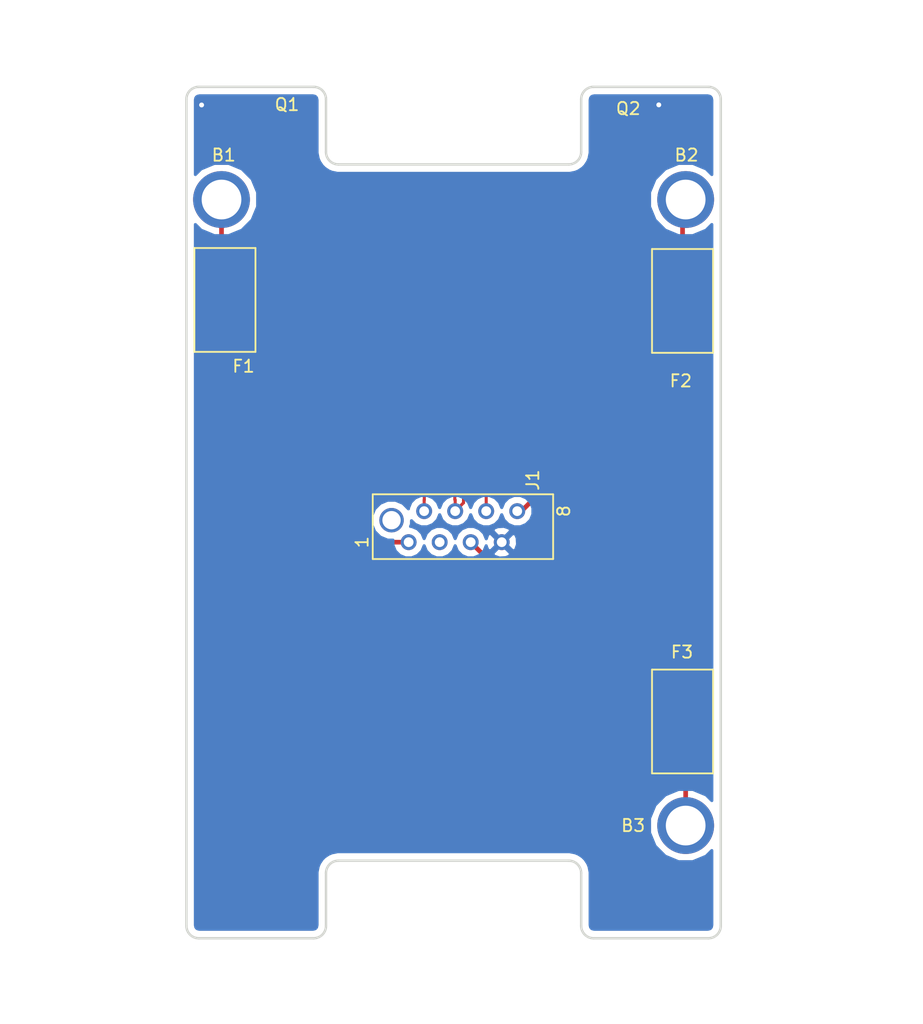
<source format=kicad_pcb>
(kicad_pcb (version 20171130) (host pcbnew "(5.0.0)")

  (general
    (thickness 1.6)
    (drawings 24)
    (tracks 60)
    (zones 0)
    (modules 9)
    (nets 16)
  )

  (page A4)
  (layers
    (0 F.Cu signal)
    (31 B.Cu signal)
    (33 F.Adhes user)
    (35 F.Paste user)
    (37 F.SilkS user)
    (39 F.Mask user)
    (40 Dwgs.User user)
    (41 Cmts.User user)
    (42 Eco1.User user)
    (43 Eco2.User user)
    (44 Edge.Cuts user)
    (45 Margin user)
    (46 B.CrtYd user)
    (47 F.CrtYd user)
    (49 F.Fab user)
  )

  (setup
    (last_trace_width 0.25)
    (user_trace_width 0.381)
    (trace_clearance 0.2)
    (zone_clearance 0.508)
    (zone_45_only no)
    (trace_min 0.2)
    (segment_width 0.2)
    (edge_width 0.15)
    (via_size 0.8)
    (via_drill 0.4)
    (via_min_size 0.4)
    (via_min_drill 0.3)
    (uvia_size 0.3)
    (uvia_drill 0.1)
    (uvias_allowed no)
    (uvia_min_size 0.2)
    (uvia_min_drill 0.1)
    (pcb_text_width 0.3)
    (pcb_text_size 1.5 1.5)
    (mod_edge_width 0.15)
    (mod_text_size 1 1)
    (mod_text_width 0.15)
    (pad_size 0.35 0.85)
    (pad_drill 0)
    (pad_to_mask_clearance 0.2)
    (aux_axis_origin 0 0)
    (visible_elements 7FFFFFFF)
    (pcbplotparams
      (layerselection 0x010a8_ffffffff)
      (usegerberextensions true)
      (usegerberattributes false)
      (usegerberadvancedattributes false)
      (creategerberjobfile false)
      (excludeedgelayer true)
      (linewidth 0.100000)
      (plotframeref false)
      (viasonmask false)
      (mode 1)
      (useauxorigin false)
      (hpglpennumber 1)
      (hpglpenspeed 20)
      (hpglpendiameter 15.000000)
      (psnegative false)
      (psa4output false)
      (plotreference true)
      (plotvalue true)
      (plotinvisibletext false)
      (padsonsilk false)
      (subtractmaskfromsilk false)
      (outputformat 1)
      (mirror false)
      (drillshape 0)
      (scaleselection 1)
      (outputdirectory "gerbers_v0/"))
  )

  (net 0 "")
  (net 1 /temp1)
  (net 2 /temp2)
  (net 3 /v+)
  (net 4 /volt)
  (net 5 /v-)
  (net 6 /5V)
  (net 7 /gnd)
  (net 8 "Net-(Q1-Pad2)")
  (net 9 "Net-(Q1-Pad3)")
  (net 10 "Net-(Q2-Pad3)")
  (net 11 "Net-(Q2-Pad2)")
  (net 12 "Net-(J1-Pad3)")
  (net 13 "Net-(B1-Pad1)")
  (net 14 "Net-(B2-Pad1)")
  (net 15 "Net-(B3-Pad1)")

  (net_class Default "This is the default net class."
    (clearance 0.2)
    (trace_width 0.25)
    (via_dia 0.8)
    (via_drill 0.4)
    (uvia_dia 0.3)
    (uvia_drill 0.1)
    (add_net /5V)
    (add_net /gnd)
    (add_net /temp1)
    (add_net /temp2)
    (add_net /v+)
    (add_net /v-)
    (add_net /volt)
    (add_net "Net-(B1-Pad1)")
    (add_net "Net-(B2-Pad1)")
    (add_net "Net-(B3-Pad1)")
    (add_net "Net-(J1-Pad3)")
    (add_net "Net-(Q1-Pad2)")
    (add_net "Net-(Q1-Pad3)")
    (add_net "Net-(Q2-Pad2)")
    (add_net "Net-(Q2-Pad3)")
  )

  (net_class voltTrace ""
    (clearance 0.2)
    (trace_width 0.381)
    (via_dia 0.8)
    (via_drill 0.4)
    (uvia_dia 0.3)
    (uvia_drill 0.1)
  )

  (module footprints:Bolt_connect_4-40_round (layer F.Cu) (tedit 5BFDDC52) (tstamp 5C03607D)
    (at 68.3 85.55)
    (path /5BF7752C)
    (fp_text reference B1 (at 0.18 -3.635) (layer F.SilkS)
      (effects (font (size 1 1) (thickness 0.15)))
    )
    (fp_text value Bolt_connect_4-40 (at 0 2.794) (layer F.Fab)
      (effects (font (size 1 1) (thickness 0.15)))
    )
    (pad 1 thru_hole circle (at 0 0) (size 4.6482 4.6482) (drill 3.2512) (layers *.Cu *.Mask)
      (net 13 "Net-(B1-Pad1)") (clearance 0.508))
  )

  (module footprints:Bolt_connect_4-40_round (layer F.Cu) (tedit 5BFDDC52) (tstamp 5C036087)
    (at 106.3 136.8)
    (path /5BF77580)
    (fp_text reference B3 (at -4.3 0) (layer F.SilkS)
      (effects (font (size 1 1) (thickness 0.15)))
    )
    (fp_text value Bolt_connect_4-40 (at 0 2.794) (layer F.Fab)
      (effects (font (size 1 1) (thickness 0.15)))
    )
    (pad 1 thru_hole circle (at 0 0) (size 4.6482 4.6482) (drill 3.2512) (layers *.Cu *.Mask)
      (net 15 "Net-(B3-Pad1)") (clearance 0.508))
  )

  (module footprints:micromatch_female_vert_8 (layer F.Cu) (tedit 5A7728F9) (tstamp 5C0F710D)
    (at 88.7 113.6 90)
    (path /5BF5F806)
    (fp_text reference J1 (at 5.08 5.08 90) (layer F.SilkS)
      (effects (font (size 1 1) (thickness 0.15)))
    )
    (fp_text value MM_F_VT_08 (at 6.35 0 180) (layer F.Fab) hide
      (effects (font (size 1 1) (thickness 0.15)))
    )
    (fp_line (start 3.92 6.75) (end 3.92 -8.02) (layer F.SilkS) (width 0.15))
    (fp_line (start -1.38 6.75) (end -1.38 -8.02) (layer F.SilkS) (width 0.15))
    (fp_line (start -1.38 -8.02) (end 3.92 -8.02) (layer F.SilkS) (width 0.15))
    (fp_line (start -1.38 6.75) (end 3.92 6.75) (layer F.SilkS) (width 0.15))
    (fp_text user 1 (at 0 -8.89 90) (layer F.SilkS)
      (effects (font (size 1 1) (thickness 0.15)))
    )
    (fp_text user 8 (at 2.54 7.62 90) (layer F.SilkS)
      (effects (font (size 1 1) (thickness 0.15)))
    )
    (pad 9 thru_hole circle (at 1.8 -6.48 90) (size 2 2) (drill 1.5) (layers *.Cu *.Mask))
    (pad 8 thru_hole circle (at 2.54 3.81 90) (size 1.3 1.3) (drill 0.8) (layers *.Cu *.Mask)
      (net 5 /v-))
    (pad 6 thru_hole circle (at 2.54 1.27 90) (size 1.3 1.3) (drill 0.8) (layers *.Cu *.Mask)
      (net 2 /temp2))
    (pad 4 thru_hole circle (at 2.54 -1.27 90) (size 1.3 1.3) (drill 0.8) (layers *.Cu *.Mask)
      (net 6 /5V))
    (pad 2 thru_hole circle (at 2.54 -3.81 90) (size 1.3 1.3) (drill 0.8) (layers *.Cu *.Mask)
      (net 1 /temp1))
    (pad 7 thru_hole circle (at 0 2.54 90) (size 1.3 1.3) (drill 0.8) (layers *.Cu *.Mask)
      (net 7 /gnd))
    (pad 1 thru_hole circle (at 0 -5.08 90) (size 1.3 1.3) (drill 0.8) (layers *.Cu *.Mask)
      (net 4 /volt))
    (pad 3 thru_hole circle (at 0 -2.54 90) (size 1.3 1.3) (drill 0.8) (layers *.Cu *.Mask)
      (net 12 "Net-(J1-Pad3)"))
    (pad 5 thru_hole circle (at 0 0 90) (size 1.3 1.3) (drill 0.8) (layers *.Cu *.Mask)
      (net 3 /v+))
    (model /home/josh/Formula/OEM_Preferred_Parts/3DModels/Micromatch_Female_RA_8/micromatch_female_ra_8.wrl
      (at (xyz 0 0 0))
      (scale (xyz 1 1 1))
      (rotate (xyz 0 0 0))
    )
  )

  (module footprints:LMT85-Q1 (layer F.Cu) (tedit 5BF713A9) (tstamp 5C036687)
    (at 105.68 79.84)
    (path /5BF714DB)
    (fp_text reference Q2 (at -4.08 -1.735) (layer F.SilkS)
      (effects (font (size 1 1) (thickness 0.15)))
    )
    (fp_text value LMT85-Q1 (at 0.762 -5.588) (layer F.Fab)
      (effects (font (size 1 1) (thickness 0.15)))
    )
    (pad 3 smd rect (at 0.65 0) (size 0.35 0.85) (layers F.Cu F.Paste F.Mask)
      (net 10 "Net-(Q2-Pad3)"))
    (pad 4 smd rect (at 1.3 0) (size 0.35 0.85) (layers F.Cu F.Paste F.Mask)
      (net 2 /temp2))
    (pad 2 smd rect (at 0 0) (size 0.35 0.85) (layers F.Cu F.Paste F.Mask)
      (net 11 "Net-(Q2-Pad2)"))
    (pad 5 smd rect (at 1.3 -2.2) (size 0.35 0.85) (layers F.Cu F.Paste F.Mask)
      (net 6 /5V))
    (pad 1 smd rect (at 0 -2.2) (size 0.35 0.85) (layers F.Cu F.Paste F.Mask)
      (net 7 /gnd))
  )

  (module footprints:Bolt_connect_4-40_round (layer F.Cu) (tedit 5BFDDC52) (tstamp 5C036082)
    (at 106.3 85.55)
    (path /5BF77560)
    (fp_text reference B2 (at 0.07 -3.635) (layer F.SilkS)
      (effects (font (size 1 1) (thickness 0.15)))
    )
    (fp_text value Bolt_connect_4-40 (at 0 2.794) (layer F.Fab)
      (effects (font (size 1 1) (thickness 0.15)))
    )
    (pad 1 thru_hole circle (at 0 0) (size 4.6482 4.6482) (drill 3.2512) (layers *.Cu *.Mask)
      (net 14 "Net-(B2-Pad1)") (clearance 0.508))
  )

  (module footprints:LMT85-Q1 (layer F.Cu) (tedit 5BF713A9) (tstamp 5C03667E)
    (at 67.73 80.01)
    (path /5BF714AF)
    (fp_text reference Q1 (at 5.93 -2.23) (layer F.SilkS)
      (effects (font (size 1 1) (thickness 0.15)))
    )
    (fp_text value LMT85-Q1 (at 0.762 -5.588) (layer F.Fab)
      (effects (font (size 1 1) (thickness 0.15)))
    )
    (pad 3 smd rect (at 0.65 0) (size 0.35 0.85) (layers F.Cu F.Paste F.Mask)
      (net 9 "Net-(Q1-Pad3)"))
    (pad 4 smd rect (at 1.3 0) (size 0.35 0.85) (layers F.Cu F.Paste F.Mask)
      (net 1 /temp1))
    (pad 2 smd rect (at 0 0) (size 0.35 0.85) (layers F.Cu F.Paste F.Mask)
      (net 8 "Net-(Q1-Pad2)"))
    (pad 5 smd rect (at 1.3 -2.2) (size 0.35 0.85) (layers F.Cu F.Paste F.Mask)
      (net 6 /5V))
    (pad 1 smd rect (at 0 -2.2) (size 0.35 0.85) (layers F.Cu F.Paste F.Mask)
      (net 7 /gnd))
  )

  (module footprints:Fuse_1812 (layer F.Cu) (tedit 5A050C3C) (tstamp 5C0A3BA5)
    (at 68.58 96.52 90)
    (path /5BFDE3E6)
    (fp_text reference F1 (at -2.68 1.52 180) (layer F.SilkS)
      (effects (font (size 1 1) (thickness 0.15)))
    )
    (fp_text value 200mA_Fuse (at 3 3.5 90) (layer F.Fab) hide
      (effects (font (size 1 1) (thickness 0.15)))
    )
    (fp_line (start -1.5 -2.5) (end 7 -2.5) (layer F.SilkS) (width 0.15))
    (fp_line (start 7 -2.5) (end 7 2.5) (layer F.SilkS) (width 0.15))
    (fp_line (start 7 2.5) (end -1.5 2.5) (layer F.SilkS) (width 0.15))
    (fp_line (start -1.5 2.5) (end -1.5 -2.5) (layer F.SilkS) (width 0.15))
    (pad 2 smd rect (at 5.28 0 90) (size 1.78 3.5) (layers F.Cu F.Paste F.Mask)
      (net 13 "Net-(B1-Pad1)"))
    (pad 1 smd rect (at 0 0 90) (size 1.78 3.5) (layers F.Cu F.Paste F.Mask)
      (net 4 /volt))
  )

  (module footprints:Fuse_1812 (layer F.Cu) (tedit 5A050C3C) (tstamp 5C0A3BAF)
    (at 106.045 96.6 90)
    (path /5BFDE4B5)
    (fp_text reference F2 (at -3.8 -0.145 180) (layer F.SilkS)
      (effects (font (size 1 1) (thickness 0.15)))
    )
    (fp_text value 200mA_Fuse (at 3 3.5 90) (layer F.Fab) hide
      (effects (font (size 1 1) (thickness 0.15)))
    )
    (fp_line (start -1.5 2.5) (end -1.5 -2.5) (layer F.SilkS) (width 0.15))
    (fp_line (start 7 2.5) (end -1.5 2.5) (layer F.SilkS) (width 0.15))
    (fp_line (start 7 -2.5) (end 7 2.5) (layer F.SilkS) (width 0.15))
    (fp_line (start -1.5 -2.5) (end 7 -2.5) (layer F.SilkS) (width 0.15))
    (pad 1 smd rect (at 0 0 90) (size 1.78 3.5) (layers F.Cu F.Paste F.Mask)
      (net 5 /v-))
    (pad 2 smd rect (at 5.28 0 90) (size 1.78 3.5) (layers F.Cu F.Paste F.Mask)
      (net 14 "Net-(B2-Pad1)"))
  )

  (module footprints:Fuse_1812 (layer F.Cu) (tedit 5A050C3C) (tstamp 5C0A3BB9)
    (at 106.045 125.53 270)
    (path /5BFDE4E1)
    (fp_text reference F3 (at -2.93 0.045) (layer F.SilkS)
      (effects (font (size 1 1) (thickness 0.15)))
    )
    (fp_text value 200mA_Fuse (at 3 3.5 270) (layer F.Fab) hide
      (effects (font (size 1 1) (thickness 0.15)))
    )
    (fp_line (start -1.5 -2.5) (end 7 -2.5) (layer F.SilkS) (width 0.15))
    (fp_line (start 7 -2.5) (end 7 2.5) (layer F.SilkS) (width 0.15))
    (fp_line (start 7 2.5) (end -1.5 2.5) (layer F.SilkS) (width 0.15))
    (fp_line (start -1.5 2.5) (end -1.5 -2.5) (layer F.SilkS) (width 0.15))
    (pad 2 smd rect (at 5.28 0 270) (size 1.78 3.5) (layers F.Cu F.Paste F.Mask)
      (net 15 "Net-(B3-Pad1)"))
    (pad 1 smd rect (at 0 0 270) (size 1.78 3.5) (layers F.Cu F.Paste F.Mask)
      (net 3 /v+))
  )

  (gr_line (start 96.729 82.675) (end 77.871 82.675) (layer Edge.Cuts) (width 0.2))
  (gr_arc (start 96.729 81.659) (end 96.729 82.675) (angle -90) (layer Edge.Cuts) (width 0.2))
  (gr_line (start 109.175 145.009) (end 109.175 77.341) (layer Edge.Cuts) (width 0.2))
  (gr_line (start 76.855 140.691) (end 76.855 145.009) (layer Edge.Cuts) (width 0.2))
  (gr_arc (start 96.729 140.691) (end 97.745 140.691) (angle -90) (layer Edge.Cuts) (width 0.2))
  (gr_arc (start 75.839 145.009) (end 75.839 146.025) (angle -90) (layer Edge.Cuts) (width 0.2))
  (gr_line (start 108.159 76.325) (end 98.761 76.325) (layer Edge.Cuts) (width 0.2))
  (gr_arc (start 66.441 77.341) (end 66.441 76.325) (angle -90) (layer Edge.Cuts) (width 0.2))
  (gr_line (start 65.425 77.341) (end 65.425 145.009) (layer Edge.Cuts) (width 0.2))
  (gr_arc (start 66.441 145.009) (end 65.425 145.009) (angle -90) (layer Edge.Cuts) (width 0.2))
  (gr_line (start 75.839 146.025) (end 66.441 146.025) (layer Edge.Cuts) (width 0.2))
  (gr_arc (start 77.871 140.691) (end 77.871 139.675) (angle -90) (layer Edge.Cuts) (width 0.2))
  (gr_line (start 96.729 139.675) (end 77.871 139.675) (layer Edge.Cuts) (width 0.2))
  (gr_line (start 97.745 140.691) (end 97.745 145.009) (layer Edge.Cuts) (width 0.2))
  (gr_line (start 75.839 76.325) (end 66.441 76.325) (layer Edge.Cuts) (width 0.2))
  (gr_arc (start 108.159 77.341) (end 109.175 77.341) (angle -90) (layer Edge.Cuts) (width 0.2))
  (gr_line (start 97.745 81.659) (end 97.745 77.341) (layer Edge.Cuts) (width 0.2))
  (gr_line (start 76.855 81.659) (end 76.855 77.341) (layer Edge.Cuts) (width 0.2))
  (gr_arc (start 108.159 145.009) (end 108.159 146.025) (angle -90) (layer Edge.Cuts) (width 0.2))
  (gr_arc (start 77.871 81.659) (end 76.855 81.659) (angle -90) (layer Edge.Cuts) (width 0.2))
  (gr_arc (start 98.761 77.341) (end 98.761 76.325) (angle -90) (layer Edge.Cuts) (width 0.2))
  (gr_line (start 108.159 146.025) (end 98.761 146.025) (layer Edge.Cuts) (width 0.2))
  (gr_arc (start 98.761 145.009) (end 97.745 145.009) (angle -90) (layer Edge.Cuts) (width 0.2))
  (gr_arc (start 75.839 77.341) (end 76.855 77.341) (angle -90) (layer Edge.Cuts) (width 0.2))

  (segment (start 84.9 110.130762) (end 84.9 94.25) (width 0.25) (layer F.Cu) (net 1))
  (segment (start 84.89 110.140762) (end 84.9 110.130762) (width 0.25) (layer F.Cu) (net 1))
  (segment (start 84.89 111.06) (end 84.89 110.140762) (width 0.25) (layer F.Cu) (net 1))
  (segment (start 84.9 94.25) (end 73.35 82.7) (width 0.25) (layer F.Cu) (net 1))
  (segment (start 70.66 80.01) (end 69.03 80.01) (width 0.25) (layer F.Cu) (net 1))
  (segment (start 71.08 80.43) (end 70.66 80.01) (width 0.25) (layer F.Cu) (net 1))
  (segment (start 71.08 80.43) (end 70.92 80.27) (width 0.25) (layer F.Cu) (net 1))
  (segment (start 73.35 82.7) (end 71.08 80.43) (width 0.25) (layer F.Cu) (net 1))
  (segment (start 89.97 111.06) (end 89.97 93.865002) (width 0.25) (layer F.Cu) (net 2))
  (segment (start 106.98 79.84) (end 106.98 80.515) (width 0.25) (layer F.Cu) (net 2))
  (segment (start 89.97 93.865002) (end 101.075002 82.76) (width 0.25) (layer F.Cu) (net 2))
  (segment (start 102.33 81.505002) (end 101.075002 82.76) (width 0.25) (layer F.Cu) (net 2))
  (segment (start 106.98 80.515) (end 106.67 80.825) (width 0.25) (layer F.Cu) (net 2))
  (segment (start 102.16 81.675002) (end 102.5 81.335002) (width 0.25) (layer F.Cu) (net 2))
  (segment (start 101.075002 82.76) (end 102.16 81.675002) (width 0.25) (layer F.Cu) (net 2))
  (segment (start 102.33 81.505002) (end 102.33 81.47) (width 0.25) (layer F.Cu) (net 2))
  (segment (start 102.975 80.825) (end 106.67 80.825) (width 0.25) (layer F.Cu) (net 2))
  (segment (start 102.33 81.47) (end 102.975 80.825) (width 0.25) (layer F.Cu) (net 2))
  (segment (start 103.914 125.53) (end 103.884 125.5) (width 0.381) (layer F.Cu) (net 3))
  (segment (start 106.045 125.53) (end 103.914 125.53) (width 0.381) (layer F.Cu) (net 3))
  (segment (start 100.6 125.5) (end 88.7 113.6) (width 0.381) (layer F.Cu) (net 3))
  (segment (start 103.884 125.5) (end 100.6 125.5) (width 0.381) (layer F.Cu) (net 3))
  (segment (start 83.62 113.6) (end 80.88 113.6) (width 0.381) (layer F.Cu) (net 4))
  (segment (start 68.58 101.3) (end 80.31 113.03) (width 0.25) (layer F.Cu) (net 4))
  (segment (start 80.88 113.6) (end 80.31 113.03) (width 0.381) (layer F.Cu) (net 4))
  (segment (start 68.58 101.3) (end 69.515 102.235) (width 0.381) (layer F.Cu) (net 4))
  (segment (start 68.58 96.52) (end 68.58 101.3) (width 0.381) (layer F.Cu) (net 4))
  (segment (start 80.31 113.03) (end 69.515 102.235) (width 0.381) (layer F.Cu) (net 4))
  (segment (start 92.776 111.06) (end 92.51 111.06) (width 0.381) (layer F.Cu) (net 5))
  (segment (start 92.856 111.06) (end 92.51 111.06) (width 0.381) (layer F.Cu) (net 5))
  (segment (start 106.045 97.871) (end 92.856 111.06) (width 0.381) (layer F.Cu) (net 5))
  (segment (start 106.045 96.6) (end 106.045 97.871) (width 0.381) (layer F.Cu) (net 5))
  (segment (start 87.43 110.140762) (end 87.4 110.110762) (width 0.25) (layer F.Cu) (net 6))
  (segment (start 87.43 111.06) (end 87.43 110.140762) (width 0.25) (layer F.Cu) (net 6))
  (segment (start 87.4 110.110762) (end 87.4 94.975) (width 0.25) (layer F.Cu) (net 6))
  (segment (start 88.11 110.38) (end 87.43 111.06) (width 0.25) (layer F.Cu) (net 6))
  (segment (start 88.11 94.12) (end 88.11 110.38) (width 0.25) (layer F.Cu) (net 6))
  (segment (start 87.4 94.975) (end 75.025 82.6) (width 0.25) (layer F.Cu) (net 6))
  (segment (start 100.1 82.13) (end 99.97 82.26) (width 0.25) (layer F.Cu) (net 6))
  (segment (start 99.97 82.26) (end 88.11 94.12) (width 0.25) (layer F.Cu) (net 6))
  (segment (start 70.235 77.81) (end 69.03 77.81) (width 0.25) (layer F.Cu) (net 6))
  (segment (start 70.685 78.26) (end 70.235 77.81) (width 0.25) (layer F.Cu) (net 6))
  (segment (start 70.685 78.26) (end 70.495 78.07) (width 0.25) (layer F.Cu) (net 6))
  (segment (start 75.025 82.6) (end 70.685 78.26) (width 0.25) (layer F.Cu) (net 6))
  (segment (start 103.53 78.7) (end 99.97 82.26) (width 0.25) (layer F.Cu) (net 6))
  (segment (start 106.595 78.7) (end 103.53 78.7) (width 0.25) (layer F.Cu) (net 6))
  (segment (start 106.98 77.64) (end 106.98 78.315) (width 0.25) (layer F.Cu) (net 6))
  (segment (start 106.98 78.315) (end 106.595 78.7) (width 0.25) (layer F.Cu) (net 6))
  (via (at 104.1 77.8) (size 0.8) (drill 0.4) (layers F.Cu B.Cu) (net 7))
  (segment (start 105.68 77.64) (end 104.26 77.64) (width 0.25) (layer F.Cu) (net 7))
  (segment (start 104.26 77.64) (end 104.1 77.8) (width 0.25) (layer F.Cu) (net 7))
  (via (at 66.67 77.81) (size 0.8) (drill 0.4) (layers F.Cu B.Cu) (net 7))
  (segment (start 67.73 77.81) (end 66.67 77.81) (width 0.25) (layer F.Cu) (net 7))
  (segment (start 68.3 90.96) (end 68.58 91.24) (width 0.381) (layer F.Cu) (net 13))
  (segment (start 68.3 85.55) (end 68.3 90.96) (width 0.381) (layer F.Cu) (net 13))
  (segment (start 106.3 90.985) (end 106.045 91.24) (width 0.381) (layer F.Cu) (net 14))
  (segment (start 106.045 85.805) (end 106.3 85.55) (width 0.381) (layer F.Cu) (net 14))
  (segment (start 106.045 91.32) (end 106.045 85.805) (width 0.381) (layer F.Cu) (net 14))
  (segment (start 106.3 131.065) (end 106.045 130.81) (width 0.381) (layer F.Cu) (net 15))
  (segment (start 106.3 136.8) (end 106.3 131.065) (width 0.381) (layer F.Cu) (net 15))

  (zone (net 7) (net_name /gnd) (layer B.Cu) (tstamp 5C049B01) (hatch edge 0.508)
    (connect_pads (clearance 0.508))
    (min_thickness 0.254)
    (fill yes (arc_segments 16) (thermal_gap 0.508) (thermal_bridge_width 0.508))
    (polygon
      (pts
        (xy 50.8 69.215) (xy 50.165 152.4) (xy 125.73 153.035) (xy 125.73 69.85)
      )
    )
    (filled_polygon
      (pts
        (xy 75.941023 77.094693) (xy 76.027515 77.152485) (xy 76.085307 77.238977) (xy 76.120001 77.413394) (xy 76.12 81.731387)
        (xy 76.134123 81.802388) (xy 76.134123 81.802391) (xy 76.211461 82.191197) (xy 76.29307 82.388217) (xy 76.321209 82.456151)
        (xy 76.541451 82.785765) (xy 76.744237 82.988551) (xy 76.74424 82.988552) (xy 77.073849 83.208791) (xy 77.073851 83.208792)
        (xy 77.338803 83.318539) (xy 77.727609 83.395877) (xy 77.727611 83.395877) (xy 77.798612 83.41) (xy 96.801388 83.41)
        (xy 96.872389 83.395877) (xy 96.872391 83.395877) (xy 97.261197 83.318539) (xy 97.526149 83.208792) (xy 97.526151 83.208791)
        (xy 97.855765 82.988549) (xy 98.058551 82.785763) (xy 98.058552 82.78576) (xy 98.278791 82.456151) (xy 98.30693 82.388217)
        (xy 98.388539 82.191197) (xy 98.465877 81.802391) (xy 98.465877 81.802389) (xy 98.48 81.731388) (xy 98.48 77.41339)
        (xy 98.514693 77.238977) (xy 98.572485 77.152485) (xy 98.658977 77.094693) (xy 98.83339 77.06) (xy 108.08661 77.06)
        (xy 108.261023 77.094693) (xy 108.347515 77.152485) (xy 108.405307 77.238977) (xy 108.440001 77.413395) (xy 108.440001 83.505202)
        (xy 107.976195 83.041396) (xy 106.888602 82.5909) (xy 105.711398 82.5909) (xy 104.623805 83.041396) (xy 103.791396 83.873805)
        (xy 103.3409 84.961398) (xy 103.3409 86.138602) (xy 103.791396 87.226195) (xy 104.623805 88.058604) (xy 105.711398 88.5091)
        (xy 106.888602 88.5091) (xy 107.976195 88.058604) (xy 108.440001 87.594798) (xy 108.44 134.755201) (xy 107.976195 134.291396)
        (xy 106.888602 133.8409) (xy 105.711398 133.8409) (xy 104.623805 134.291396) (xy 103.791396 135.123805) (xy 103.3409 136.211398)
        (xy 103.3409 137.388602) (xy 103.791396 138.476195) (xy 104.623805 139.308604) (xy 105.711398 139.7591) (xy 106.888602 139.7591)
        (xy 107.976195 139.308604) (xy 108.44 138.844799) (xy 108.44 144.93661) (xy 108.405307 145.111023) (xy 108.347515 145.197515)
        (xy 108.261023 145.255307) (xy 108.08661 145.29) (xy 98.83339 145.29) (xy 98.658977 145.255307) (xy 98.572485 145.197515)
        (xy 98.514693 145.111023) (xy 98.48 144.93661) (xy 98.48 140.618612) (xy 98.445583 140.445585) (xy 98.388539 140.158803)
        (xy 98.278792 139.893851) (xy 98.278791 139.89385) (xy 98.278791 139.893849) (xy 98.058552 139.56424) (xy 98.058551 139.564237)
        (xy 97.855765 139.361451) (xy 97.526151 139.141209) (xy 97.526149 139.141208) (xy 97.261197 139.031461) (xy 96.872391 138.954123)
        (xy 96.872389 138.954123) (xy 96.801388 138.94) (xy 77.798612 138.94) (xy 77.727611 138.954123) (xy 77.727609 138.954123)
        (xy 77.338803 139.031461) (xy 77.073851 139.141208) (xy 77.073849 139.141209) (xy 76.74424 139.361448) (xy 76.744237 139.361449)
        (xy 76.541451 139.564235) (xy 76.321209 139.893849) (xy 76.321209 139.89385) (xy 76.321208 139.893851) (xy 76.211461 140.158803)
        (xy 76.134123 140.547609) (xy 76.134123 140.547612) (xy 76.12 140.618613) (xy 76.120001 144.936606) (xy 76.085307 145.111023)
        (xy 76.027515 145.197515) (xy 75.941023 145.255307) (xy 75.76661 145.29) (xy 66.51339 145.29) (xy 66.338977 145.255307)
        (xy 66.252485 145.197515) (xy 66.194693 145.111023) (xy 66.16 144.93661) (xy 66.16 111.474778) (xy 80.585 111.474778)
        (xy 80.585 112.125222) (xy 80.833914 112.726153) (xy 81.293847 113.186086) (xy 81.894778 113.435) (xy 82.335 113.435)
        (xy 82.335 113.855602) (xy 82.530629 114.327894) (xy 82.892106 114.689371) (xy 83.364398 114.885) (xy 83.875602 114.885)
        (xy 84.347894 114.689371) (xy 84.709371 114.327894) (xy 84.89 113.891815) (xy 85.070629 114.327894) (xy 85.432106 114.689371)
        (xy 85.904398 114.885) (xy 86.415602 114.885) (xy 86.887894 114.689371) (xy 87.249371 114.327894) (xy 87.43 113.891815)
        (xy 87.610629 114.327894) (xy 87.972106 114.689371) (xy 88.444398 114.885) (xy 88.955602 114.885) (xy 89.427894 114.689371)
        (xy 89.618249 114.499016) (xy 90.52059 114.499016) (xy 90.576271 114.729611) (xy 91.059078 114.897622) (xy 91.569428 114.868083)
        (xy 91.903729 114.729611) (xy 91.95941 114.499016) (xy 91.24 113.779605) (xy 90.52059 114.499016) (xy 89.618249 114.499016)
        (xy 89.789371 114.327894) (xy 89.969772 113.892366) (xy 89.971917 113.929428) (xy 90.110389 114.263729) (xy 90.340984 114.31941)
        (xy 91.060395 113.6) (xy 91.419605 113.6) (xy 92.139016 114.31941) (xy 92.369611 114.263729) (xy 92.537622 113.780922)
        (xy 92.508083 113.270572) (xy 92.369611 112.936271) (xy 92.139016 112.88059) (xy 91.419605 113.6) (xy 91.060395 113.6)
        (xy 90.340984 112.88059) (xy 90.110389 112.936271) (xy 89.97596 113.322574) (xy 89.789371 112.872106) (xy 89.618249 112.700984)
        (xy 90.52059 112.700984) (xy 91.24 113.420395) (xy 91.95941 112.700984) (xy 91.903729 112.470389) (xy 91.420922 112.302378)
        (xy 90.910572 112.331917) (xy 90.576271 112.470389) (xy 90.52059 112.700984) (xy 89.618249 112.700984) (xy 89.427894 112.510629)
        (xy 88.955602 112.315) (xy 88.444398 112.315) (xy 87.972106 112.510629) (xy 87.610629 112.872106) (xy 87.43 113.308185)
        (xy 87.249371 112.872106) (xy 86.887894 112.510629) (xy 86.415602 112.315) (xy 85.904398 112.315) (xy 85.432106 112.510629)
        (xy 85.070629 112.872106) (xy 84.89 113.308185) (xy 84.709371 112.872106) (xy 84.347894 112.510629) (xy 83.875602 112.315)
        (xy 83.776391 112.315) (xy 83.855 112.125222) (xy 83.855 111.842265) (xy 84.162106 112.149371) (xy 84.634398 112.345)
        (xy 85.145602 112.345) (xy 85.617894 112.149371) (xy 85.979371 111.787894) (xy 86.16 111.351815) (xy 86.340629 111.787894)
        (xy 86.702106 112.149371) (xy 87.174398 112.345) (xy 87.685602 112.345) (xy 88.157894 112.149371) (xy 88.519371 111.787894)
        (xy 88.7 111.351815) (xy 88.880629 111.787894) (xy 89.242106 112.149371) (xy 89.714398 112.345) (xy 90.225602 112.345)
        (xy 90.697894 112.149371) (xy 91.059371 111.787894) (xy 91.24 111.351815) (xy 91.420629 111.787894) (xy 91.782106 112.149371)
        (xy 92.254398 112.345) (xy 92.765602 112.345) (xy 93.237894 112.149371) (xy 93.599371 111.787894) (xy 93.795 111.315602)
        (xy 93.795 110.804398) (xy 93.599371 110.332106) (xy 93.237894 109.970629) (xy 92.765602 109.775) (xy 92.254398 109.775)
        (xy 91.782106 109.970629) (xy 91.420629 110.332106) (xy 91.24 110.768185) (xy 91.059371 110.332106) (xy 90.697894 109.970629)
        (xy 90.225602 109.775) (xy 89.714398 109.775) (xy 89.242106 109.970629) (xy 88.880629 110.332106) (xy 88.7 110.768185)
        (xy 88.519371 110.332106) (xy 88.157894 109.970629) (xy 87.685602 109.775) (xy 87.174398 109.775) (xy 86.702106 109.970629)
        (xy 86.340629 110.332106) (xy 86.16 110.768185) (xy 85.979371 110.332106) (xy 85.617894 109.970629) (xy 85.145602 109.775)
        (xy 84.634398 109.775) (xy 84.162106 109.970629) (xy 83.800629 110.332106) (xy 83.605 110.804398) (xy 83.605 110.872761)
        (xy 83.146153 110.413914) (xy 82.545222 110.165) (xy 81.894778 110.165) (xy 81.293847 110.413914) (xy 80.833914 110.873847)
        (xy 80.585 111.474778) (xy 66.16 111.474778) (xy 66.16 87.594799) (xy 66.623805 88.058604) (xy 67.711398 88.5091)
        (xy 68.888602 88.5091) (xy 69.976195 88.058604) (xy 70.808604 87.226195) (xy 71.2591 86.138602) (xy 71.2591 84.961398)
        (xy 70.808604 83.873805) (xy 69.976195 83.041396) (xy 68.888602 82.5909) (xy 67.711398 82.5909) (xy 66.623805 83.041396)
        (xy 66.16 83.505201) (xy 66.16 77.41339) (xy 66.194693 77.238977) (xy 66.252485 77.152485) (xy 66.338977 77.094693)
        (xy 66.51339 77.06) (xy 75.76661 77.06)
      )
    )
  )
)

</source>
